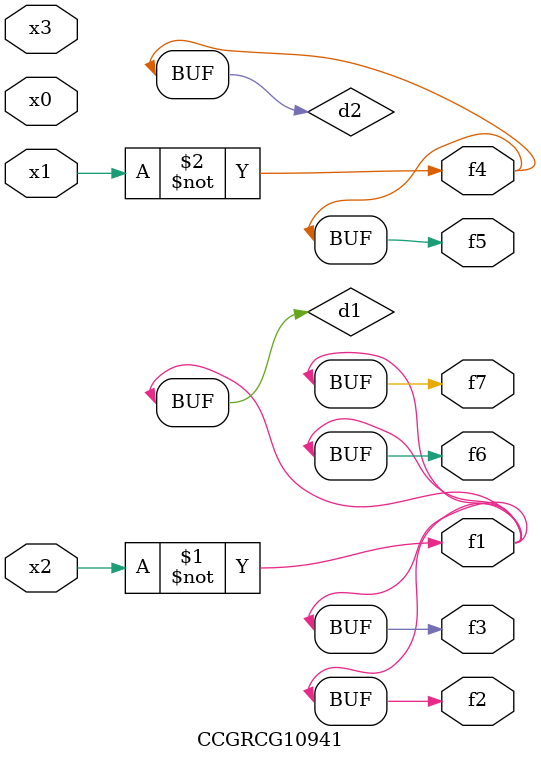
<source format=v>
module CCGRCG10941(
	input x0, x1, x2, x3,
	output f1, f2, f3, f4, f5, f6, f7
);

	wire d1, d2;

	xnor (d1, x2);
	not (d2, x1);
	assign f1 = d1;
	assign f2 = d1;
	assign f3 = d1;
	assign f4 = d2;
	assign f5 = d2;
	assign f6 = d1;
	assign f7 = d1;
endmodule

</source>
